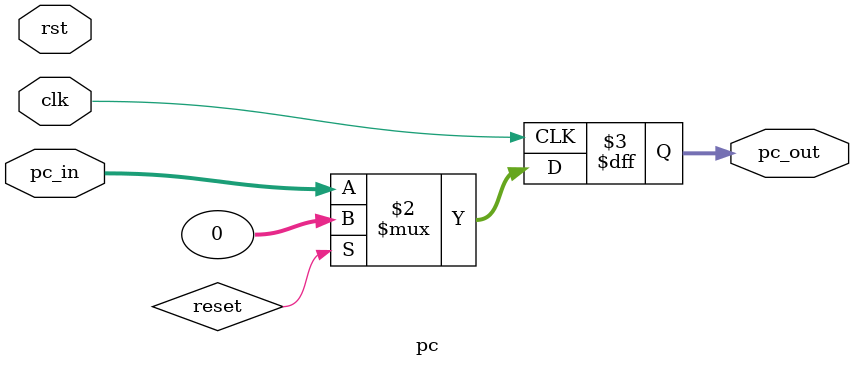
<source format=v>
module pc (
    input clk,
    input rst,
    input [31:0] pc_in,
    output reg [31:0] pc_out
);
    always@(posedge clk) begin
        pc_out <= (reset) ? 32'b0 : pc_in;
    end
endmodule
</source>
